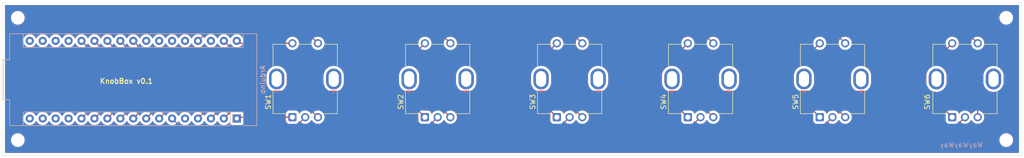
<source format=kicad_pcb>
(kicad_pcb (version 20240108) (generator "pcbnew") (generator_version "8.0")
  (layers (0 "F.Cu" signal) (31 "B.Cu" signal) (34 "B.Paste" user) (35 "F.Paste" user) (36 "B.SilkS" user "B.Silkscreen") (37 "F.SilkS" user "F.Silkscreen") (38 "B.Mask" user) (39 "F.Mask" user) (44 "Edge.Cuts" user))
  (net 0 "")
  (net 1 "GND")
  (net 2 "D0")
  (net 3 "D2")
  (net 4 "D1")
  (net 5 "D3")
  (net 6 "D4")
  (net 7 "D5")
  (net 8 "D6")
  (net 9 "D8")
  (net 10 "D7")
  (net 11 "D11")
  (net 12 "D10")
  (net 13 "D9")
  (net 14 "D14")
  (net 15 "D12")
  (net 16 "D13")
  (net 17 "D15")
  (net 18 "D16")
  (net 19 "D17")
  (net 28 "D20")
  (net 29 "D18")
  (net 30 "D22")
  (net 31 "D23")
  (net 32 "D19")
  (net 33 "D21")
  (net 34 "GND2")
  (footprint "Rotary_Encoder:RotaryEncoder_Bourns_Vertical_PEC12R-3x17F-Sxxxx" (layer "F.Cu") (at 104.4 97 90)
    (property "Reference" "SW1" (at 3 -4.75 90) (layer "F.SilkS"))
    (property "Value" "RotaryEncoder_Switch" (hide yes))
    (fp_line (start 0.69 -3.81) (end 5.3 -3.81) (stroke (width 0.12)) (layer "F.SilkS"))
    (fp_line (start 14.31 -3.8) (end 14.31 -1.1) (stroke (width 0.12)) (layer "F.SilkS"))
    (fp_line (start 9.7 -3.8) (end 14.31 -3.8) (stroke (width 0.12)) (layer "F.SilkS"))
    (fp_line (start 0.69 -1.05) (end 0.69 -3.81) (stroke (width 0.12)) (layer "F.SilkS"))
    (fp_line (start 0.69 1.05) (end 0.69 1.65) (stroke (width 0.12)) (layer "F.SilkS"))
    (fp_line (start 14.31 1.1) (end 14.31 3.9) (stroke (width 0.12)) (layer "F.SilkS"))
    (fp_line (start 0.69 3.35) (end 0.69 4.15) (stroke (width 0.12)) (layer "F.SilkS"))
    (fp_line (start 0.69 5.85) (end 0.69 8.81) (stroke (width 0.12)) (layer "F.SilkS"))
    (fp_line (start 14.31 6.1) (end 14.31 8.81) (stroke (width 0.12)) (layer "F.SilkS"))
    (fp_line (start 14.31 8.81) (end 9.7 8.81) (stroke (width 0.12)) (layer "F.SilkS"))
    (fp_line (start 5.3 8.81) (end 0.69 8.81) (stroke (width 0.12)) (layer "F.SilkS"))
    (pad "A" thru_hole roundrect (at 0 0 90) (size 1.6 1.6) (drill 1) (layers "*.Cu" "*.Mask") (roundrect_rratio 0.15625) (net 18 "D16"))
    (pad "B" thru_hole circle (at 0 5 90) (size 1.6 1.6) (drill 1) (layers "*.Cu" "*.Mask") (net 19 "D17"))
    (pad "C" thru_hole circle (at 0 2.5 90) (size 1.6 1.6) (drill 1) (layers "*.Cu" "*.Mask") (net 1 "GND"))
    (pad "S1" thru_hole circle (at 14.5 0 90) (size 1.6 1.6) (drill 1) (layers "*.Cu" "*.Mask") (net 17 "D15"))
    (pad "S2" thru_hole circle (at 14.5 5 90) (size 1.6 1.6) (drill 1) (layers "*.Cu" "*.Mask") (net 34 "GND2"))
    (pad "SH" thru_hole oval (at 7.5 -3.1 90) (size 4.1 3) (drill oval 3.1 2) (layers "*.Cu" "*.Mask"))
    (pad "SH" thru_hole oval (at 7.5 8.1 90) (size 4.1 3) (drill oval 3.1 2) (layers "*.Cu" "*.Mask"))
  )
  (footprint "Rotary_Encoder:RotaryEncoder_Bourns_Vertical_PEC12R-3x17F-Sxxxx" (layer "F.Cu") (at 207.9 97 90)
    (property "Reference" "SW5" (at 3 -4.75 90) (layer "F.SilkS"))
    (property "Value" "RotaryEncoder_Switch" (hide yes))
    (fp_line (start 0.69 -3.81) (end 5.3 -3.81) (stroke (width 0.12)) (layer "F.SilkS"))
    (fp_line (start 14.31 -3.8) (end 14.31 -1.1) (stroke (width 0.12)) (layer "F.SilkS"))
    (fp_line (start 9.7 -3.8) (end 14.31 -3.8) (stroke (width 0.12)) (layer "F.SilkS"))
    (fp_line (start 0.69 -1.05) (end 0.69 -3.81) (stroke (width 0.12)) (layer "F.SilkS"))
    (fp_line (start 0.69 1.05) (end 0.69 1.65) (stroke (width 0.12)) (layer "F.SilkS"))
    (fp_line (start 14.31 1.1) (end 14.31 3.9) (stroke (width 0.12)) (layer "F.SilkS"))
    (fp_line (start 0.69 3.35) (end 0.69 4.15) (stroke (width 0.12)) (layer "F.SilkS"))
    (fp_line (start 0.69 5.85) (end 0.69 8.81) (stroke (width 0.12)) (layer "F.SilkS"))
    (fp_line (start 14.31 6.1) (end 14.31 8.81) (stroke (width 0.12)) (layer "F.SilkS"))
    (fp_line (start 14.31 8.81) (end 9.7 8.81) (stroke (width 0.12)) (layer "F.SilkS"))
    (fp_line (start 5.3 8.81) (end 0.69 8.81) (stroke (width 0.12)) (layer "F.SilkS"))
    (pad "A" thru_hole roundrect (at 0 0 90) (size 1.6 1.6) (drill 1) (layers "*.Cu" "*.Mask") (roundrect_rratio 0.15625) (net 8 "D6"))
    (pad "B" thru_hole circle (at 0 5 90) (size 1.6 1.6) (drill 1) (layers "*.Cu" "*.Mask") (net 10 "D7"))
    (pad "C" thru_hole circle (at 0 2.5 90) (size 1.6 1.6) (drill 1) (layers "*.Cu" "*.Mask") (net 1 "GND"))
    (pad "S1" thru_hole circle (at 14.5 0 90) (size 1.6 1.6) (drill 1) (layers "*.Cu" "*.Mask") (net 33 "D21"))
    (pad "S2" thru_hole circle (at 14.5 5 90) (size 1.6 1.6) (drill 1) (layers "*.Cu" "*.Mask") (net 34 "GND2"))
    (pad "SH" thru_hole oval (at 7.5 -3.1 90) (size 4.1 3) (drill oval 3.1 2) (layers "*.Cu" "*.Mask"))
    (pad "SH" thru_hole oval (at 7.5 8.1 90) (size 4.1 3) (drill oval 3.1 2) (layers "*.Cu" "*.Mask"))
  )
  (footprint "Rotary_Encoder:RotaryEncoder_Bourns_Vertical_PEC12R-3x17F-Sxxxx" (layer "F.Cu") (at 233.9 97 90)
    (property "Reference" "SW6" (hide yes))
    (property "Value" "RotaryEncoder_Switch" (hide yes))
    (fp_line (start 0.69 -3.81) (end 5.3 -3.81) (stroke (width 0.12)) (layer "F.SilkS"))
    (fp_line (start 14.31 -3.8) (end 14.31 -1.1) (stroke (width 0.12)) (layer "F.SilkS"))
    (fp_line (start 9.7 -3.8) (end 14.31 -3.8) (stroke (width 0.12)) (layer "F.SilkS"))
    (fp_line (start 0.69 -1.05) (end 0.69 -3.81) (stroke (width 0.12)) (layer "F.SilkS"))
    (fp_line (start 0.69 1.05) (end 0.69 1.65) (stroke (width 0.12)) (layer "F.SilkS"))
    (fp_line (start 14.31 1.1) (end 14.31 3.9) (stroke (width 0.12)) (layer "F.SilkS"))
    (fp_line (start 0.69 3.35) (end 0.69 4.15) (stroke (width 0.12)) (layer "F.SilkS"))
    (fp_line (start 0.69 5.85) (end 0.69 8.81) (stroke (width 0.12)) (layer "F.SilkS"))
    (fp_line (start 14.31 6.1) (end 14.31 8.81) (stroke (width 0.12)) (layer "F.SilkS"))
    (fp_line (start 14.31 8.81) (end 9.7 8.81) (stroke (width 0.12)) (layer "F.SilkS"))
    (fp_line (start 5.3 8.81) (end 0.69 8.81) (stroke (width 0.12)) (layer "F.SilkS"))
    (pad "A" thru_hole roundrect (at 0 0 90) (size 1.6 1.6) (drill 1) (layers "*.Cu" "*.Mask") (roundrect_rratio 0.15625) (net 9 "D8"))
    (pad "B" thru_hole circle (at 0 5 90) (size 1.6 1.6) (drill 1) (layers "*.Cu" "*.Mask") (net 32 "D19"))
    (pad "C" thru_hole circle (at 0 2.5 90) (size 1.6 1.6) (drill 1) (layers "*.Cu" "*.Mask") (net 1 "GND"))
    (pad "S1" thru_hole circle (at 14.5 0 90) (size 1.6 1.6) (drill 1) (layers "*.Cu" "*.Mask") (net 28 "D20"))
    (pad "S2" thru_hole circle (at 14.5 5 90) (size 1.6 1.6) (drill 1) (layers "*.Cu" "*.Mask") (net 34 "GND2"))
    (pad "SH" thru_hole oval (at 7.5 -3.1 90) (size 4.1 3) (drill oval 3.1 2) (layers "*.Cu" "*.Mask"))
    (pad "SH" thru_hole oval (at 7.5 8.1 90) (size 4.1 3) (drill oval 3.1 2) (layers "*.Cu" "*.Mask"))
  )
  (footprint "Rotary_Encoder:RotaryEncoder_Bourns_Vertical_PEC12R-3x17F-Sxxxx" (layer "F.Cu") (at 130.4 97 90)
    (property "Reference" "SW2" (at 3 -4.75 90) (layer "F.SilkS"))
    (property "Value" "RotaryEncoder_Switch" (hide yes))
    (fp_line (start 0.69 -3.81) (end 5.3 -3.81) (stroke (width 0.12)) (layer "F.SilkS"))
    (fp_line (start 14.31 -3.8) (end 14.31 -1.1) (stroke (width 0.12)) (layer "F.SilkS"))
    (fp_line (start 9.7 -3.8) (end 14.31 -3.8) (stroke (width 0.12)) (layer "F.SilkS"))
    (fp_line (start 0.69 -1.05) (end 0.69 -3.81) (stroke (width 0.12)) (layer "F.SilkS"))
    (fp_line (start 0.69 1.05) (end 0.69 1.65) (stroke (width 0.12)) (layer "F.SilkS"))
    (fp_line (start 14.31 1.1) (end 14.31 3.9) (stroke (width 0.12)) (layer "F.SilkS"))
    (fp_line (start 0.69 3.35) (end 0.69 4.15) (stroke (width 0.12)) (layer "F.SilkS"))
    (fp_line (start 0.69 5.85) (end 0.69 8.81) (stroke (width 0.12)) (layer "F.SilkS"))
    (fp_line (start 14.31 6.1) (end 14.31 8.81) (stroke (width 0.12)) (layer "F.SilkS"))
    (fp_line (start 14.31 8.81) (end 9.7 8.81) (stroke (width 0.12)) (layer "F.SilkS"))
    (fp_line (start 5.3 8.81) (end 0.69 8.81) (stroke (width 0.12)) (layer "F.SilkS"))
    (pad "A" thru_hole roundrect (at 0 0 90) (size 1.6 1.6) (drill 1) (layers "*.Cu" "*.Mask") (roundrect_rratio 0.15625) (net 4 "D1"))
    (pad "B" thru_hole circle (at 0 5 90) (size 1.6 1.6) (drill 1) (layers "*.Cu" "*.Mask") (net 2 "D0"))
    (pad "C" thru_hole circle (at 0 2.5 90) (size 1.6 1.6) (drill 1) (layers "*.Cu" "*.Mask") (net 1 "GND"))
    (pad "S1" thru_hole circle (at 14.5 0 90) (size 1.6 1.6) (drill 1) (layers "*.Cu" "*.Mask") (net 14 "D14"))
    (pad "S2" thru_hole circle (at 14.5 5 90) (size 1.6 1.6) (drill 1) (layers "*.Cu" "*.Mask") (net 34 "GND2"))
    (pad "SH" thru_hole oval (at 7.5 -3.1 90) (size 4.1 3) (drill oval 3.1 2) (layers "*.Cu" "*.Mask"))
    (pad "SH" thru_hole oval (at 7.5 8.1 90) (size 4.1 3) (drill oval 3.1 2) (layers "*.Cu" "*.Mask"))
  )
  (footprint "Rotary_Encoder:RotaryEncoder_Bourns_Vertical_PEC12R-3x17F-Sxxxx" (layer "F.Cu") (at 156.3 97 90)
    (property "Reference" "SW3" (at 3 -4.75 90) (layer "F.SilkS"))
    (property "Value" "RotaryEncoder_Switch" (hide yes))
    (fp_line (start 0.69 -3.81) (end 5.3 -3.81) (stroke (width 0.12)) (layer "F.SilkS"))
    (fp_line (start 14.31 -3.8) (end 14.31 -1.1) (stroke (width 0.12)) (layer "F.SilkS"))
    (fp_line (start 9.7 -3.8) (end 14.31 -3.8) (stroke (width 0.12)) (layer "F.SilkS"))
    (fp_line (start 0.69 -1.05) (end 0.69 -3.81) (stroke (width 0.12)) (layer "F.SilkS"))
    (fp_line (start 0.69 1.05) (end 0.69 1.65) (stroke (width 0.12)) (layer "F.SilkS"))
    (fp_line (start 14.31 1.1) (end 14.31 3.9) (stroke (width 0.12)) (layer "F.SilkS"))
    (fp_line (start 0.69 3.35) (end 0.69 4.15) (stroke (width 0.12)) (layer "F.SilkS"))
    (fp_line (start 0.69 5.85) (end 0.69 8.81) (stroke (width 0.12)) (layer "F.SilkS"))
    (fp_line (start 14.31 6.1) (end 14.31 8.81) (stroke (width 0.12)) (layer "F.SilkS"))
    (fp_line (start 14.31 8.81) (end 9.7 8.81) (stroke (width 0.12)) (layer "F.SilkS"))
    (fp_line (start 5.3 8.81) (end 0.69 8.81) (stroke (width 0.12)) (layer "F.SilkS"))
    (pad "A" thru_hole roundrect (at 0 0 90) (size 1.6 1.6) (drill 1) (layers "*.Cu" "*.Mask") (roundrect_rratio 0.15625) (net 3 "D2"))
    (pad "B" thru_hole circle (at 0 5 90) (size 1.6 1.6) (drill 1) (layers "*.Cu" "*.Mask") (net 5 "D3"))
    (pad "C" thru_hole circle (at 0 2.5 90) (size 1.6 1.6) (drill 1) (layers "*.Cu" "*.Mask") (net 1 "GND"))
    (pad "S1" thru_hole circle (at 14.5 0 90) (size 1.6 1.6) (drill 1) (layers "*.Cu" "*.Mask") (net 31 "D23"))
    (pad "S2" thru_hole circle (at 14.5 5 90) (size 1.6 1.6) (drill 1) (layers "*.Cu" "*.Mask") (net 34 "GND2"))
    (pad "SH" thru_hole oval (at 7.5 -3.1 90) (size 4.1 3) (drill oval 3.1 2) (layers "*.Cu" "*.Mask"))
    (pad "SH" thru_hole oval (at 7.5 8.1 90) (size 4.1 3) (drill oval 3.1 2) (layers "*.Cu" "*.Mask"))
  )
  (footprint "Rotary_Encoder:RotaryEncoder_Bourns_Vertical_PEC12R-3x17F-Sxxxx" (layer "F.Cu") (at 182 97 90)
    (property "Reference" "SW4" (at 3 -4.75 90) (layer "F.SilkS"))
    (property "Value" "RotaryEncoder_Switch" (hide yes))
    (fp_line (start 0.69 -3.81) (end 5.3 -3.81) (stroke (width 0.12)) (layer "F.SilkS"))
    (fp_line (start 14.31 -3.8) (end 14.31 -1.1) (stroke (width 0.12)) (layer "F.SilkS"))
    (fp_line (start 9.7 -3.8) (end 14.31 -3.8) (stroke (width 0.12)) (layer "F.SilkS"))
    (fp_line (start 0.69 -1.05) (end 0.69 -3.81) (stroke (width 0.12)) (layer "F.SilkS"))
    (fp_line (start 0.69 1.05) (end 0.69 1.65) (stroke (width 0.12)) (layer "F.SilkS"))
    (fp_line (start 14.31 1.1) (end 14.31 3.9) (stroke (width 0.12)) (layer "F.SilkS"))
    (fp_line (start 0.69 3.35) (end 0.69 4.15) (stroke (width 0.12)) (layer "F.SilkS"))
    (fp_line (start 0.69 5.85) (end 0.69 8.81) (stroke (width 0.12)) (layer "F.SilkS"))
    (fp_line (start 14.31 6.1) (end 14.31 8.81) (stroke (width 0.12)) (layer "F.SilkS"))
    (fp_line (start 14.31 8.81) (end 9.7 8.81) (stroke (width 0.12)) (layer "F.SilkS"))
    (fp_line (start 5.3 8.81) (end 0.69 8.81) (stroke (width 0.12)) (layer "F.SilkS"))
    (pad "A" thru_hole roundrect (at 0 0 90) (size 1.6 1.6) (drill 1) (layers "*.Cu" "*.Mask") (roundrect_rratio 0.15625) (net 6 "D4"))
    (pad "B" thru_hole circle (at 0 5 90) (size 1.6 1.6) (drill 1) (layers "*.Cu" "*.Mask") (net 7 "D5"))
    (pad "C" thru_hole circle (at 0 2.5 90) (size 1.6 1.6) (drill 1) (layers "*.Cu" "*.Mask") (net 1 "GND"))
    (pad "S1" thru_hole circle (at 14.5 0 90) (size 1.6 1.6) (drill 1) (layers "*.Cu" "*.Mask") (net 30 "D22"))
    (pad "S2" thru_hole circle (at 14.5 5 90) (size 1.6 1.6) (drill 1) (layers "*.Cu" "*.Mask") (net 34 "GND2"))
    (pad "SH" thru_hole oval (at 7.5 -3.1 90) (size 4.1 3) (drill oval 3.1 2) (layers "*.Cu" "*.Mask"))
    (pad "SH" thru_hole oval (at 7.5 8.1 90) (size 4.1 3) (drill oval 3.1 2) (layers "*.Cu" "*.Mask"))
  )
  (footprint "MountingHole:MountingHole_2.2mm_M2" (layer "F.Cu") (at 244.5 77.5)
    (property "Reference" "H4" (hide yes))
    (property "Value" "MountingHole" (hide yes))
    (pad "" np_thru_hole circle (at 0 0) (size 2.2 2.2) (drill 2.2) (layers "*.Cu" "*.Mask"))
  )
  (footprint "MountingHole:MountingHole_2.2mm_M2" (layer "F.Cu") (at 50.5 101.5)
    (property "Reference" "H2" (hide yes))
    (property "Value" "MountingHole" (hide yes))
    (pad "" np_thru_hole circle (at 0 0) (size 2.2 2.2) (drill 2.2) (layers "*.Cu" "*.Mask"))
  )
  (footprint "MountingHole:MountingHole_2.2mm_M2" (layer "F.Cu") (at 244.5 101.5)
    (property "Reference" "H3" (hide yes))
    (property "Value" "MountingHole" (hide yes))
    (pad "" np_thru_hole circle (at 0 0) (size 2.2 2.2) (drill 2.2) (layers "*.Cu" "*.Mask"))
  )
  (footprint "MountingHole:MountingHole_2.2mm_M2" (layer "F.Cu") (at 50.5 77.5)
    (property "Reference" "H1" (hide yes))
    (property "Value" "MountingHole" (hide yes))
    (pad "" np_thru_hole circle (at 0 0) (size 2.2 2.2) (drill 2.2) (layers "*.Cu" "*.Mask"))
  )
  (footprint "Arduino:Arduino_Micro" (layer "B.Cu") (at 93.48 97.26 90)
    (property "Reference" "Arduino" (at 7.62 5.08 90) (layer "B.SilkS") (effects (justify mirror)))
    (property "Value" "Arduino_Micro")
    (fp_line (start 11.557 -45.847) (end 3.683 -45.847) (stroke (width 0.12)) (layer "B.SilkS"))
    (fp_line (start 11.557 -45.847) (end 11.557 -44.577) (stroke (width 0.12)) (layer "B.SilkS"))
    (fp_line (start 3.683 -45.847) (end 3.683 -44.577) (stroke (width 0.12)) (layer "B.SilkS"))
    (fp_line (start 16.637 -44.577) (end 11.557 -44.577) (stroke (width 0.12)) (layer "B.SilkS"))
    (fp_line (start 3.683 -44.577) (end -1.397 -44.577) (stroke (width 0.12)) (layer "B.SilkS"))
    (fp_line (start -1.397 -44.577) (end -1.397 -1.27) (stroke (width 0.12)) (layer "B.SilkS"))
    (fp_line (start 16.637 -41.91) (end 13.97 -41.91) (stroke (width 0.12)) (layer "B.SilkS"))
    (fp_line (start 13.97 -41.91) (end 13.97 1.27) (stroke (width 0.12)) (layer "B.SilkS"))
    (fp_line (start 1.27 -41.91) (end 1.27 -1.27) (stroke (width 0.12)) (layer "B.SilkS"))
    (fp_line (start -1.397 -41.91) (end 1.27 -41.91) (stroke (width 0.12)) (layer "B.SilkS"))
    (fp_line (start -1.397 -1.27) (end 1.27 -1.27) (stroke (width 0.12)) (layer "B.SilkS"))
    (fp_line (start 16.637 1.27) (end 13.97 1.27) (stroke (width 0.12)) (layer "B.SilkS"))
    (fp_line (start 1.27 1.27) (end 1.27 -1.27) (stroke (width 0.12)) (layer "B.SilkS"))
    (fp_line (start -1.397 1.27) (end 1.27 1.27) (stroke (width 0.12)) (layer "B.SilkS"))
    (fp_line (start -1.397 1.27) (end -1.397 3.937) (stroke (width 0.12)) (layer "B.SilkS"))
    (fp_line (start 16.637 3.937) (end 16.637 -44.577) (stroke (width 0.12)) (layer "B.SilkS"))
    (fp_line (start -1.397 3.937) (end 16.637 3.937) (stroke (width 0.12)) (layer "B.SilkS"))
    (pad "1" thru_hole rect (at 0 0 90) (size 1.6 1.6) (drill 0.8) (layers "*.Cu" "*.Mask") (net 18 "D16"))
    (pad "2" thru_hole oval (at 0 -2.54 90) (size 1.6 1.6) (drill 0.8) (layers "*.Cu" "*.Mask") (net 19 "D17"))
    (pad "3" thru_hole oval (at 0 -5.08 90) (size 1.6 1.6) (drill 0.8) (layers "*.Cu" "*.Mask") (net 4 "D1"))
    (pad "4" thru_hole oval (at 0 -7.62 90) (size 1.6 1.6) (drill 0.8) (layers "*.Cu" "*.Mask") (net 2 "D0"))
    (pad "5" thru_hole oval (at 0 -10.16 90) (size 1.6 1.6) (drill 0.8) (layers "*.Cu" "*.Mask"))
    (pad "6" thru_hole oval (at 0 -12.7 90) (size 1.6 1.6) (drill 0.8) (layers "*.Cu" "*.Mask") (net 1 "GND"))
    (pad "7" thru_hole oval (at 0 -15.24 90) (size 1.6 1.6) (drill 0.8) (layers "*.Cu" "*.Mask") (net 3 "D2"))
    (pad "8" thru_hole oval (at 0 -17.78 90) (size 1.6 1.6) (drill 0.8) (layers "*.Cu" "*.Mask") (net 5 "D3"))
    (pad "9" thru_hole oval (at 0 -20.32 90) (size 1.6 1.6) (drill 0.8) (layers "*.Cu" "*.Mask") (net 6 "D4"))
    (pad "10" thru_hole oval (at 0 -22.86 90) (size 1.6 1.6) (drill 0.8) (layers "*.Cu" "*.Mask") (net 7 "D5"))
    (pad "11" thru_hole oval (at 0 -25.4 90) (size 1.6 1.6) (drill 0.8) (layers "*.Cu" "*.Mask") (net 8 "D6"))
    (pad "12" thru_hole oval (at 0 -27.94 90) (size 1.6 1.6) (drill 0.8) (layers "*.Cu" "*.Mask") (net 10 "D7"))
    (pad "13" thru_hole oval (at 0 -30.48 90) (size 1.6 1.6) (drill 0.8) (layers "*.Cu" "*.Mask") (net 9 "D8"))
    (pad "14" thru_hole oval (at 0 -33.02 90) (size 1.6 1.6) (drill 0.8) (layers "*.Cu" "*.Mask") (net 13 "D9"))
    (pad "15" thru_hole oval (at 0 -35.56 90) (size 1.6 1.6) (drill 0.8) (layers "*.Cu" "*.Mask") (net 12 "D10"))
    (pad "16" thru_hole oval (at 0 -38.1 90) (size 1.6 1.6) (drill 0.8) (layers "*.Cu" "*.Mask") (net 11 "D11"))
    (pad "17" thru_hole oval (at 0 -40.64 90) (size 1.6 1.6) (drill 0.8) (layers "*.Cu" "*.Mask") (net 15 "D12"))
    (pad "18" thru_hole oval (at 15.24 -40.64 90) (size 1.6 1.6) (drill 0.8) (layers "*.Cu" "*.Mask") (net 16 "D13"))
    (pad "19" thru_hole oval (at 15.24 -38.1 90) (size 1.6 1.6) (drill 0.8) (layers "*.Cu" "*.Mask"))
    (pad "20" thru_hole oval (at 15.24 -35.56 90) (size 1.6 1.6) (drill 0.8) (layers "*.Cu" "*.Mask"))
    (pad "21" thru_hole oval (at 15.24 -33.02 90) (size 1.6 1.6) (drill 0.8) (layers "*.Cu" "*.Mask") (net 29 "D18"))
    (pad "22" thru_hole oval (at 15.24 -30.48 90) (size 1.6 1.6) (drill 0.8) (layers "*.Cu" "*.Mask") (net 32 "D19"))
    (pad "23" thru_hole oval (at 15.24 -27.94 90) (size 1.6 1.6) (drill 0.8) (layers "*.Cu" "*.Mask") (net 28 "D20"))
    (pad "24" thru_hole oval (at 15.24 -25.4 90) (size 1.6 1.6) (drill 0.8) (layers "*.Cu" "*.Mask") (net 33 "D21"))
    (pad "25" thru_hole oval (at 15.24 -22.86 90) (size 1.6 1.6) (drill 0.8) (layers "*.Cu" "*.Mask") (net 30 "D22"))
    (pad "26" thru_hole oval (at 15.24 -20.32 90) (size 1.6 1.6) (drill 0.8) (layers "*.Cu" "*.Mask") (net 31 "D23"))
    (pad "27" thru_hole oval (at 15.24 -17.78 90) (size 1.6 1.6) (drill 0.8) (layers "*.Cu" "*.Mask"))
    (pad "28" thru_hole oval (at 15.24 -15.24 90) (size 1.6 1.6) (drill 0.8) (layers "*.Cu" "*.Mask"))
    (pad "29" thru_hole oval (at 15.24 -12.7 90) (size 1.6 1.6) (drill 0.8) (layers "*.Cu" "*.Mask"))
    (pad "30" thru_hole oval (at 15.24 -10.16 90) (size 1.6 1.6) (drill 0.8) (layers "*.Cu" "*.Mask"))
    (pad "31" thru_hole oval (at 15.24 -7.62 90) (size 1.6 1.6) (drill 0.8) (layers "*.Cu" "*.Mask") (net 34 "GND2"))
    (pad "32" thru_hole oval (at 15.24 -5.08 90) (size 1.6 1.6) (drill 0.8) (layers "*.Cu" "*.Mask"))
    (pad "33" thru_hole oval (at 15.24 -2.54 90) (size 1.6 1.6) (drill 0.8) (layers "*.Cu" "*.Mask") (net 14 "D14"))
    (pad "34" thru_hole oval (at 15.24 0 90) (size 1.6 1.6) (drill 0.8) (layers "*.Cu" "*.Mask") (net 17 "D15"))
  )
  (gr_rect (start 47.5 74.5) (end 247.5 104.5) (stroke (width 0.05)) (fill none) (layer "Edge.Cuts"))
  (gr_text "WayWayWay" (at 240 103 0) (layer "B.SilkS") (effects (font (size 1 1) (thickness 0.1)) (justify left bottom mirror)))
  (gr_text "SW6" (at 229 94 90) (layer "F.SilkS") (effects (font (size 1 1))))
  (gr_text "KnobBox v0.1" (at 66.5 90.5 0) (layer "F.SilkS") (effects (font (size 1 1) (thickness 0.2) (bold yes)) (justify left bottom)))
  (segment (start 132.9 97) (end 131 98.9) (width 0.2) (layer "F.Cu") (net 1))
  (segment (start 104.5 99) (end 131 99) (width 0.2) (layer "F.Cu") (net 1))
  (segment (start 131 99) (end 156.5 99) (width 0.2) (layer "F.Cu") (net 1))
  (segment (start 104.9 99) (end 104.5 99) (width 0.2) (layer "F.Cu") (net 1))
  (segment (start 80.78 97.26) (end 82.52 99) (width 0.2) (layer "F.Cu") (net 1))
  (segment (start 82.52 99) (end 104.5 99) (width 0.2) (layer "F.Cu") (net 1))
  (segment (start 158.8 97) (end 156.8 99) (width 0.2) (layer "F.Cu") (net 1))
  (segment (start 106.9 97) (end 104.9 99) (width 0.2) (layer "F.Cu") (net 1))
  (segment (start 184.5 97) (end 182.5 99) (width 0.2) (layer "F.Cu") (net 1))
  (segment (start 210.4 97) (end 208.5 98.9) (width 0.2) (layer "F.Cu") (net 1))
  (segment (start 156.5 99) (end 182.5 99) (width 0.2) (layer "F.Cu") (net 1))
  (segment (start 131 98.9) (end 131 99) (width 0.2) (layer "F.Cu") (net 1))
  (segment (start 208.5 99) (end 234.4 99) (width 0.2) (layer "F.Cu") (net 1))
  (segment (start 156.8 99) (end 156.5 99) (width 0.2) (layer "F.Cu") (net 1))
  (segment (start 234.4 99) (end 236.4 97) (width 0.2) (layer "F.Cu") (net 1))
  (segment (start 208.5 98.9) (end 208.5 99) (width 0.2) (layer "F.Cu") (net 1))
  (segment (start 182.5 99) (end 208.5 99) (width 0.2) (layer "F.Cu") (net 1))
  (segment (start 135.4 97) (end 133.1 94.7) (width 0.2) (layer "F.Cu") (net 2))
  (segment (start 133.1 94.7) (end 88.42 94.7) (width 0.2) (layer "F.Cu") (net 2))
  (segment (start 88.42 94.7) (end 85.86 97.26) (width 0.2) (layer "F.Cu") (net 2))
  (segment (start 81.2 94.3) (end 78.24 97.26) (width 0.2) (layer "F.Cu") (net 3))
  (segment (start 153.6 94.3) (end 81.2 94.3) (width 0.2) (layer "F.Cu") (net 3))
  (segment (start 156.3 97) (end 153.6 94.3) (width 0.2) (layer "F.Cu") (net 3))
  (segment (start 130.4 97) (end 128.5 95.1) (width 0.2) (layer "F.Cu") (net 4))
  (segment (start 90.56 95.1) (end 88.4 97.26) (width 0.2) (layer "F.Cu") (net 4))
  (segment (start 128.5 95.1) (end 90.56 95.1) (width 0.2) (layer "F.Cu") (net 4))
  (segment (start 161.3 97) (end 158.2 93.9) (width 0.2) (layer "F.Cu") (net 5))
  (segment (start 79.06 93.9) (end 75.7 97.26) (width 0.2) (layer "F.Cu") (net 5))
  (segment (start 158.2 93.9) (end 79.06 93.9) (width 0.2) (layer "F.Cu") (net 5))
  (segment (start 182 97) (end 178.5 93.5) (width 0.2) (layer "F.Cu") (net 6))
  (segment (start 76.92 93.5) (end 73.16 97.26) (width 0.2) (layer "F.Cu") (net 6))
  (segment (start 178.5 93.5) (end 76.92 93.5) (width 0.2) (layer "F.Cu") (net 6))
  (segment (start 187 97) (end 183.1 93.1) (width 0.2) (layer "F.Cu") (net 7))
  (segment (start 74.78 93.1) (end 70.62 97.26) (width 0.2) (layer "F.Cu") (net 7))
  (segment (start 183.1 93.1) (end 74.78 93.1) (width 0.2) (layer "F.Cu") (net 7))
  (segment (start 72.64 92.7) (end 68.08 97.26) (width 0.2) (layer "F.Cu") (net 8))
  (segment (start 203.6 92.7) (end 72.64 92.7) (width 0.2) (layer "F.Cu") (net 8))
  (segment (start 207.9 97) (end 203.6 92.7) (width 0.2) (layer "F.Cu") (net 8))
  (segment (start 228.8 91.9) (end 68.36 91.9) (width 0.2) (layer "F.Cu") (net 9))
  (segment (start 68.36 91.9) (end 63 97.26) (width 0.2) (layer "F.Cu") (net 9))
  (segment (start 233.9 97) (end 228.8 91.9) (width 0.2) (layer "F.Cu") (net 9))
  (segment (start 212.9 97) (end 208.2 92.3) (width 0.2) (layer "F.Cu") (net 10))
  (segment (start 70.5 92.3) (end 65.54 97.26) (width 0.2) (layer "F.Cu") (net 10))
  (segment (start 208.2 92.3) (end 70.5 92.3) (width 0.2) (layer "F.Cu") (net 10))
  (segment (start 130.4 82.5) (end 128.9 84) (width 0.2) (layer "F.Cu") (net 14))
  (segment (start 128.9 84) (end 92.92 84) (width 0.2) (layer "F.Cu") (net 14))
  (segment (start 92.92 84) (end 90.94 82.02) (width 0.2) (layer "F.Cu") (net 14))
  (segment (start 93.96 82.5) (end 93.48 82.02) (width 0.2) (layer "F.Cu") (net 17))
  (segment (start 104.4 82.5) (end 93.96 82.5) (width 0.2) (layer "F.Cu") (net 17))
  (segment (start 93.74 97) (end 93.48 97.26) (width 0.2) (layer "F.Cu") (net 18))
  (segment (start 104.4 97) (end 93.74 97) (width 0.2) (layer "F.Cu") (net 18))
  (segment (start 92.7 95.5) (end 90.94 97.26) (width 0.2) (layer "F.Cu") (net 19))
  (segment (start 109.4 97) (end 107.9 95.5) (width 0.2) (layer "F.Cu") (net 19))
  (segment (start 107.9 95.5) (end 92.7 95.5) (width 0.2) (layer "F.Cu") (net 19))
  (segment (start 233.9 82.5) (end 230.4 86) (width 0.2) (layer "F.Cu") (net 28))
  (segment (start 69.52 86) (end 65.54 82.02) (width 0.2) (layer "F.Cu") (net 28))
  (segment (start 230.4 86) (end 69.52 86) (width 0.2) (layer "F.Cu") (net 28))
  (segment (start 182 82.5) (end 179.5 85) (width 0.2) (layer "F.Cu") (net 30))
  (segment (start 179.5 85) (end 73.6 85) (width 0.2) (layer "F.Cu") (net 30))
  (segment (start 73.6 85) (end 70.62 82.02) (width 0.2) (layer "F.Cu") (net 30))
  (segment (start 156.3 82.5) (end 154.3 84.5) (width 0.2) (layer "F.Cu") (net 31))
  (segment (start 75.64 84.5) (end 73.16 82.02) (width 0.2) (layer "F.Cu") (net 31))
  (segment (start 154.3 84.5) (end 75.64 84.5) (width 0.2) (layer "F.Cu") (net 31))
  (segment (start 238.9 91.6) (end 239 91.5) (width 0.2) (layer "F.Cu") (net 32))
  (segment (start 67.38 86.4) (end 63 82.02) (width 0.2) (layer "F.Cu") (net 32))
  (segment (start 238.9 97) (end 238.9 91.6) (width 0.2) (layer "F.Cu") (net 32))
  (segment (start 239 91.5) (end 233.9 86.4) (width 0.2) (layer "F.Cu") (net 32))
  (segment (start 233.9 86.4) (end 67.38 86.4) (width 0.2) (layer "F.Cu") (net 32))
  (segment (start 71.56 85.5) (end 68.08 82.02) (width 0.2) (layer "F.Cu") (net 33))
  (segment (start 207.9 82.5) (end 204.9 85.5) (width 0.2) (layer "F.Cu") (net 33))
  (segment (start 204.9 85.5) (end 71.56 85.5) (width 0.2) (layer "F.Cu") (net 33))
  (segment (start 158.8 80) (end 158.5 80) (width 0.2) (layer "F.Cu") (net 34))
  (segment (start 106.9 80) (end 106.5 80) (width 0.2) (layer "F.Cu") (net 34))
  (segment (start 184 80) (end 210.5 80) (width 0.2) (layer "F.Cu") (net 34))
  (segment (start 210.5 80.1) (end 210.5 80) (width 0.2) (layer "F.Cu") (net 34))
  (segment (start 106.5 80) (end 133 80) (width 0.2) (layer "F.Cu") (net 34))
  (segment (start 187 82.5) (end 184.5 80) (width 0.2) (layer "F.Cu") (net 34))
  (segment (start 87.88 80) (end 106.5 80) (width 0.2) (layer "F.Cu") (net 34))
  (segment (start 184.5 80) (end 184 80) (width 0.2) (layer "F.Cu") (net 34))
  (segment (start 133 80) (end 158.5 80) (width 0.2) (layer "F.Cu") (net 34))
  (segment (start 133 80.1) (end 135.4 82.5) (width 0.2) (layer "F.Cu") (net 34))
  (segment (start 133 80) (end 133 80.1) (width 0.2) (layer "F.Cu") (net 34))
  (segment (start 161.3 82.5) (end 158.8 80) (width 0.2) (layer "F.Cu") (net 34))
  (segment (start 158.5 80) (end 184 80) (width 0.2) (layer "F.Cu") (net 34))
  (segment (start 109.4 82.5) (end 106.9 80) (width 0.2) (layer "F.Cu") (net 34))
  (segment (start 210.5 80) (end 236.4 80) (width 0.2) (layer "F.Cu") (net 34))
  (segment (start 236.4 80) (end 238.9 82.5) (width 0.2) (layer "F.Cu") (net 34))
  (segment (start 85.86 82.02) (end 87.88 80) (width 0.2) (layer "F.Cu") (net 34))
  (segment (start 212.9 82.5) (end 210.5 80.1) (width 0.2) (layer "F.Cu") (net 34))
  (zone (net 0) (net_name "") (layers "F&B.Cu") (connect_pads (clearance 0.5)) (min_thickness 0.25) (fill yes (thermal_gap 0.5) (thermal_bridge_width 0.5) (island_removal_mode 1) (island_area_min 10))
    (polygon (pts (xy 248 74) (xy 248 105) (xy 47 105) (xy 47 74)))
  )
)
</source>
